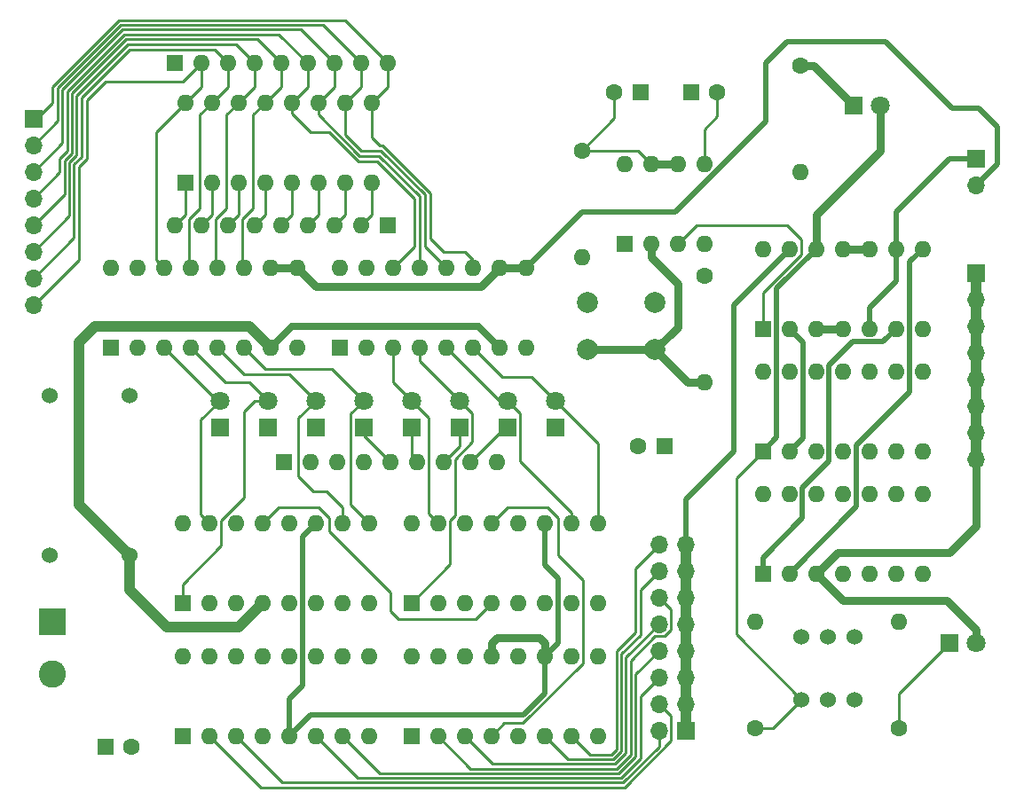
<source format=gbr>
%TF.GenerationSoftware,KiCad,Pcbnew,(5.1.9-0-10_14)*%
%TF.CreationDate,2021-05-17T13:32:26-04:00*%
%TF.ProjectId,CLOCK,434c4f43-4b2e-46b6-9963-61645f706362,rev?*%
%TF.SameCoordinates,Original*%
%TF.FileFunction,Copper,L1,Top*%
%TF.FilePolarity,Positive*%
%FSLAX46Y46*%
G04 Gerber Fmt 4.6, Leading zero omitted, Abs format (unit mm)*
G04 Created by KiCad (PCBNEW (5.1.9-0-10_14)) date 2021-05-17 13:32:26*
%MOMM*%
%LPD*%
G01*
G04 APERTURE LIST*
%TA.AperFunction,ComponentPad*%
%ADD10C,1.600000*%
%TD*%
%TA.AperFunction,ComponentPad*%
%ADD11R,1.600000X1.600000*%
%TD*%
%TA.AperFunction,ComponentPad*%
%ADD12O,1.600000X1.600000*%
%TD*%
%TA.AperFunction,ComponentPad*%
%ADD13C,1.524000*%
%TD*%
%TA.AperFunction,ComponentPad*%
%ADD14C,2.000000*%
%TD*%
%TA.AperFunction,ComponentPad*%
%ADD15O,1.700000X1.700000*%
%TD*%
%TA.AperFunction,ComponentPad*%
%ADD16R,1.700000X1.700000*%
%TD*%
%TA.AperFunction,ComponentPad*%
%ADD17C,2.600000*%
%TD*%
%TA.AperFunction,ComponentPad*%
%ADD18R,2.600000X2.600000*%
%TD*%
%TA.AperFunction,ComponentPad*%
%ADD19C,1.800000*%
%TD*%
%TA.AperFunction,ComponentPad*%
%ADD20R,1.800000X1.800000*%
%TD*%
%TA.AperFunction,Conductor*%
%ADD21C,0.250000*%
%TD*%
%TA.AperFunction,Conductor*%
%ADD22C,0.500000*%
%TD*%
%TA.AperFunction,Conductor*%
%ADD23C,0.750000*%
%TD*%
%TA.AperFunction,Conductor*%
%ADD24C,1.000000*%
%TD*%
%TA.AperFunction,Conductor*%
%ADD25C,0.700000*%
%TD*%
G04 APERTURE END LIST*
D10*
%TO.P,C4,2*%
%TO.N,GND*%
X76414000Y-98044000D03*
D11*
%TO.P,C4,1*%
%TO.N,+5V*%
X73914000Y-98044000D03*
%TD*%
D10*
%TO.P,C3,2*%
%TO.N,GND*%
X124754000Y-69342000D03*
D11*
%TO.P,C3,1*%
%TO.N,+5V*%
X127254000Y-69342000D03*
%TD*%
D12*
%TO.P,U11,16*%
%TO.N,+5V*%
X96266000Y-52324000D03*
%TO.P,U11,8*%
%TO.N,GND*%
X114046000Y-59944000D03*
%TO.P,U11,15*%
X98806000Y-52324000D03*
%TO.P,U11,7*%
%TO.N,/1MHz_Pulse*%
X111506000Y-59944000D03*
%TO.P,U11,14*%
%TO.N,Net-(J2-Pad4)*%
X101346000Y-52324000D03*
%TO.P,U11,6*%
%TO.N,/A7*%
X108966000Y-59944000D03*
%TO.P,U11,13*%
%TO.N,Net-(J2-Pad3)*%
X103886000Y-52324000D03*
%TO.P,U11,5*%
%TO.N,/A6*%
X106426000Y-59944000D03*
%TO.P,U11,12*%
%TO.N,Net-(J2-Pad2)*%
X106426000Y-52324000D03*
%TO.P,U11,4*%
%TO.N,/A5*%
X103886000Y-59944000D03*
%TO.P,U11,11*%
%TO.N,Net-(J2-Pad1)*%
X108966000Y-52324000D03*
%TO.P,U11,3*%
%TO.N,/A4*%
X101346000Y-59944000D03*
%TO.P,U11,10*%
%TO.N,/SET_SPEED*%
X111506000Y-52324000D03*
%TO.P,U11,2*%
%TO.N,GND*%
X98806000Y-59944000D03*
%TO.P,U11,9*%
%TO.N,/SET_SPEED*%
X114046000Y-52324000D03*
D11*
%TO.P,U11,1*%
%TO.N,GND*%
X96266000Y-59944000D03*
%TD*%
D12*
%TO.P,U10,14*%
%TO.N,+5V*%
X136652000Y-73914000D03*
%TO.P,U10,7*%
%TO.N,GND*%
X151892000Y-81534000D03*
%TO.P,U10,13*%
%TO.N,N/C*%
X139192000Y-73914000D03*
%TO.P,U10,6*%
X149352000Y-81534000D03*
%TO.P,U10,12*%
X141732000Y-73914000D03*
%TO.P,U10,5*%
X146812000Y-81534000D03*
%TO.P,U10,11*%
X144272000Y-73914000D03*
%TO.P,U10,4*%
X144272000Y-81534000D03*
%TO.P,U10,10*%
X146812000Y-73914000D03*
%TO.P,U10,3*%
%TO.N,/CLOCK_OUT*%
X141732000Y-81534000D03*
%TO.P,U10,9*%
%TO.N,N/C*%
X149352000Y-73914000D03*
%TO.P,U10,2*%
%TO.N,Net-(U10-Pad2)*%
X139192000Y-81534000D03*
%TO.P,U10,8*%
%TO.N,N/C*%
X151892000Y-73914000D03*
D11*
%TO.P,U10,1*%
%TO.N,Net-(U10-Pad1)*%
X136652000Y-81534000D03*
%TD*%
D12*
%TO.P,U9,14*%
%TO.N,+5V*%
X136652000Y-50546000D03*
%TO.P,U9,7*%
%TO.N,GND*%
X151892000Y-58166000D03*
%TO.P,U9,13*%
%TO.N,Net-(J34-Pad1)*%
X139192000Y-50546000D03*
%TO.P,U9,6*%
%TO.N,Net-(U10-Pad1)*%
X149352000Y-58166000D03*
%TO.P,U9,12*%
%TO.N,Net-(D2-Pad2)*%
X141732000Y-50546000D03*
%TO.P,U9,5*%
%TO.N,/HALT*%
X146812000Y-58166000D03*
%TO.P,U9,11*%
%TO.N,Net-(U9-Pad10)*%
X144272000Y-50546000D03*
%TO.P,U9,4*%
%TO.N,Net-(U9-Pad3)*%
X144272000Y-58166000D03*
%TO.P,U9,10*%
%TO.N,Net-(U9-Pad10)*%
X146812000Y-50546000D03*
%TO.P,U9,3*%
%TO.N,Net-(U9-Pad3)*%
X141732000Y-58166000D03*
%TO.P,U9,9*%
%TO.N,/HALT*%
X149352000Y-50546000D03*
%TO.P,U9,2*%
%TO.N,Net-(U8-Pad2)*%
X139192000Y-58166000D03*
%TO.P,U9,8*%
%TO.N,Net-(U10-Pad2)*%
X151892000Y-50546000D03*
D11*
%TO.P,U9,1*%
%TO.N,Net-(U7-Pad3)*%
X136652000Y-58166000D03*
%TD*%
D12*
%TO.P,U8,14*%
%TO.N,+5V*%
X136652000Y-62230000D03*
%TO.P,U8,7*%
%TO.N,GND*%
X151892000Y-69850000D03*
%TO.P,U8,13*%
%TO.N,N/C*%
X139192000Y-62230000D03*
%TO.P,U8,6*%
X149352000Y-69850000D03*
%TO.P,U8,12*%
X141732000Y-62230000D03*
%TO.P,U8,5*%
X146812000Y-69850000D03*
%TO.P,U8,11*%
X144272000Y-62230000D03*
%TO.P,U8,4*%
X144272000Y-69850000D03*
%TO.P,U8,10*%
X146812000Y-62230000D03*
%TO.P,U8,3*%
X141732000Y-69850000D03*
%TO.P,U8,9*%
X149352000Y-62230000D03*
%TO.P,U8,2*%
%TO.N,Net-(U8-Pad2)*%
X139192000Y-69850000D03*
%TO.P,U8,8*%
%TO.N,N/C*%
X151892000Y-62230000D03*
D11*
%TO.P,U8,1*%
%TO.N,Net-(D2-Pad2)*%
X136652000Y-69850000D03*
%TD*%
D12*
%TO.P,U7,8*%
%TO.N,+5V*%
X123444000Y-42418000D03*
%TO.P,U7,4*%
X131064000Y-50038000D03*
%TO.P,U7,7*%
%TO.N,Net-(C2-Pad2)*%
X125984000Y-42418000D03*
%TO.P,U7,3*%
%TO.N,Net-(U7-Pad3)*%
X128524000Y-50038000D03*
%TO.P,U7,6*%
%TO.N,Net-(C2-Pad2)*%
X128524000Y-42418000D03*
%TO.P,U7,2*%
%TO.N,Net-(R1-Pad2)*%
X125984000Y-50038000D03*
%TO.P,U7,5*%
%TO.N,Net-(C1-Pad2)*%
X131064000Y-42418000D03*
D11*
%TO.P,U7,1*%
%TO.N,GND*%
X123444000Y-50038000D03*
%TD*%
D12*
%TO.P,U6,16*%
%TO.N,+5V*%
X81280000Y-89408000D03*
%TO.P,U6,8*%
%TO.N,GND*%
X99060000Y-97028000D03*
%TO.P,U6,15*%
%TO.N,Net-(U6-Pad15)*%
X83820000Y-89408000D03*
%TO.P,U6,7*%
%TO.N,Net-(J34-Pad8)*%
X96520000Y-97028000D03*
%TO.P,U6,14*%
%TO.N,GND*%
X86360000Y-89408000D03*
%TO.P,U6,6*%
%TO.N,Net-(J34-Pad6)*%
X93980000Y-97028000D03*
%TO.P,U6,13*%
%TO.N,Net-(U6-Pad13)*%
X88900000Y-89408000D03*
%TO.P,U6,5*%
%TO.N,Net-(U2-Pad11)*%
X91440000Y-97028000D03*
%TO.P,U6,12*%
%TO.N,Net-(U6-Pad12)*%
X91440000Y-89408000D03*
%TO.P,U6,4*%
%TO.N,+5V*%
X88900000Y-97028000D03*
%TO.P,U6,11*%
X93980000Y-89408000D03*
%TO.P,U6,3*%
%TO.N,Net-(J34-Pad2)*%
X86360000Y-97028000D03*
%TO.P,U6,10*%
%TO.N,Net-(U6-Pad10)*%
X96520000Y-89408000D03*
%TO.P,U6,2*%
%TO.N,Net-(J34-Pad4)*%
X83820000Y-97028000D03*
%TO.P,U6,9*%
%TO.N,Net-(U6-Pad9)*%
X99060000Y-89408000D03*
D11*
%TO.P,U6,1*%
%TO.N,Net-(U6-Pad1)*%
X81280000Y-97028000D03*
%TD*%
D12*
%TO.P,U5,16*%
%TO.N,+5V*%
X103124000Y-89408000D03*
%TO.P,U5,8*%
%TO.N,GND*%
X120904000Y-97028000D03*
%TO.P,U5,15*%
X105664000Y-89408000D03*
%TO.P,U5,7*%
%TO.N,Net-(J34-Pad16)*%
X118364000Y-97028000D03*
%TO.P,U5,14*%
%TO.N,GND*%
X108204000Y-89408000D03*
%TO.P,U5,6*%
%TO.N,Net-(J34-Pad14)*%
X115824000Y-97028000D03*
%TO.P,U5,13*%
%TO.N,Net-(U2-Pad11)*%
X110744000Y-89408000D03*
%TO.P,U5,5*%
%TO.N,+5V*%
X113284000Y-97028000D03*
%TO.P,U5,12*%
%TO.N,Net-(U5-Pad12)*%
X113284000Y-89408000D03*
%TO.P,U5,4*%
%TO.N,Net-(U4-Pad13)*%
X110744000Y-97028000D03*
%TO.P,U5,11*%
%TO.N,Net-(U2-Pad11)*%
X115824000Y-89408000D03*
%TO.P,U5,3*%
%TO.N,Net-(J34-Pad10)*%
X108204000Y-97028000D03*
%TO.P,U5,10*%
%TO.N,GND*%
X118364000Y-89408000D03*
%TO.P,U5,2*%
%TO.N,Net-(J34-Pad12)*%
X105664000Y-97028000D03*
%TO.P,U5,9*%
%TO.N,GND*%
X120904000Y-89408000D03*
D11*
%TO.P,U5,1*%
X103124000Y-97028000D03*
%TD*%
D12*
%TO.P,U4,16*%
%TO.N,+5V*%
X103124000Y-76708000D03*
%TO.P,U4,8*%
%TO.N,GND*%
X120904000Y-84328000D03*
%TO.P,U4,15*%
%TO.N,/A4*%
X105664000Y-76708000D03*
%TO.P,U4,7*%
%TO.N,Net-(U4-Pad7)*%
X118364000Y-84328000D03*
%TO.P,U4,14*%
%TO.N,GND*%
X108204000Y-76708000D03*
%TO.P,U4,6*%
%TO.N,Net-(U4-Pad6)*%
X115824000Y-84328000D03*
%TO.P,U4,13*%
%TO.N,Net-(U4-Pad13)*%
X110744000Y-76708000D03*
%TO.P,U4,5*%
%TO.N,+5V*%
X113284000Y-84328000D03*
%TO.P,U4,12*%
%TO.N,Net-(U4-Pad12)*%
X113284000Y-76708000D03*
%TO.P,U4,4*%
%TO.N,Net-(U2-Pad13)*%
X110744000Y-84328000D03*
%TO.P,U4,11*%
%TO.N,Net-(U2-Pad11)*%
X115824000Y-76708000D03*
%TO.P,U4,3*%
%TO.N,Net-(U4-Pad3)*%
X108204000Y-84328000D03*
%TO.P,U4,10*%
%TO.N,/A6*%
X118364000Y-76708000D03*
%TO.P,U4,2*%
%TO.N,Net-(U4-Pad2)*%
X105664000Y-84328000D03*
%TO.P,U4,9*%
%TO.N,/A7*%
X120904000Y-76708000D03*
D11*
%TO.P,U4,1*%
%TO.N,/A5*%
X103124000Y-84328000D03*
%TD*%
D12*
%TO.P,U3,16*%
%TO.N,+5V*%
X74422000Y-52324000D03*
%TO.P,U3,8*%
%TO.N,GND*%
X92202000Y-59944000D03*
%TO.P,U3,15*%
X76962000Y-52324000D03*
%TO.P,U3,7*%
%TO.N,/1MHz_Pulse*%
X89662000Y-59944000D03*
%TO.P,U3,14*%
%TO.N,Net-(J2-Pad8)*%
X79502000Y-52324000D03*
%TO.P,U3,6*%
%TO.N,/A3*%
X87122000Y-59944000D03*
%TO.P,U3,13*%
%TO.N,Net-(J2-Pad7)*%
X82042000Y-52324000D03*
%TO.P,U3,5*%
%TO.N,/A2*%
X84582000Y-59944000D03*
%TO.P,U3,12*%
%TO.N,Net-(J2-Pad6)*%
X84582000Y-52324000D03*
%TO.P,U3,4*%
%TO.N,/A1*%
X82042000Y-59944000D03*
%TO.P,U3,11*%
%TO.N,Net-(J2-Pad5)*%
X87122000Y-52324000D03*
%TO.P,U3,3*%
%TO.N,/A0*%
X79502000Y-59944000D03*
%TO.P,U3,10*%
%TO.N,/SET_SPEED*%
X89662000Y-52324000D03*
%TO.P,U3,2*%
%TO.N,GND*%
X76962000Y-59944000D03*
%TO.P,U3,9*%
%TO.N,/SET_SPEED*%
X92202000Y-52324000D03*
D11*
%TO.P,U3,1*%
%TO.N,GND*%
X74422000Y-59944000D03*
%TD*%
D12*
%TO.P,U2,16*%
%TO.N,+5V*%
X81280000Y-76708000D03*
%TO.P,U2,8*%
%TO.N,GND*%
X99060000Y-84328000D03*
%TO.P,U2,15*%
%TO.N,/A0*%
X83820000Y-76708000D03*
%TO.P,U2,7*%
%TO.N,Net-(U2-Pad7)*%
X96520000Y-84328000D03*
%TO.P,U2,14*%
%TO.N,GND*%
X86360000Y-76708000D03*
%TO.P,U2,6*%
%TO.N,Net-(U2-Pad6)*%
X93980000Y-84328000D03*
%TO.P,U2,13*%
%TO.N,Net-(U2-Pad13)*%
X88900000Y-76708000D03*
%TO.P,U2,5*%
%TO.N,+5V*%
X91440000Y-84328000D03*
%TO.P,U2,12*%
%TO.N,Net-(U2-Pad12)*%
X91440000Y-76708000D03*
%TO.P,U2,4*%
%TO.N,/1MHz_Pulse*%
X88900000Y-84328000D03*
%TO.P,U2,11*%
%TO.N,Net-(U2-Pad11)*%
X93980000Y-76708000D03*
%TO.P,U2,3*%
%TO.N,Net-(U2-Pad3)*%
X86360000Y-84328000D03*
%TO.P,U2,10*%
%TO.N,/A2*%
X96520000Y-76708000D03*
%TO.P,U2,2*%
%TO.N,Net-(U2-Pad2)*%
X83820000Y-84328000D03*
%TO.P,U2,9*%
%TO.N,/A3*%
X99060000Y-76708000D03*
D11*
%TO.P,U2,1*%
%TO.N,/A1*%
X81280000Y-84328000D03*
%TD*%
D13*
%TO.P,U1,8*%
%TO.N,/1MHz_Pulse*%
X76200000Y-79756000D03*
%TO.P,U1,7*%
%TO.N,GND*%
X68580000Y-79756000D03*
%TO.P,U1,14*%
%TO.N,+5V*%
X76200000Y-64516000D03*
%TO.P,U1,1*%
%TO.N,Net-(U1-Pad1)*%
X68580000Y-64516000D03*
%TD*%
D12*
%TO.P,SW13,16*%
%TO.N,Net-(J2-Pad8)*%
X81534000Y-36576000D03*
%TO.P,SW13,8*%
%TO.N,Net-(RN2-Pad2)*%
X99314000Y-44196000D03*
%TO.P,SW13,15*%
%TO.N,Net-(J2-Pad7)*%
X84074000Y-36576000D03*
%TO.P,SW13,7*%
%TO.N,Net-(RN2-Pad3)*%
X96774000Y-44196000D03*
%TO.P,SW13,14*%
%TO.N,Net-(J2-Pad6)*%
X86614000Y-36576000D03*
%TO.P,SW13,6*%
%TO.N,Net-(RN2-Pad4)*%
X94234000Y-44196000D03*
%TO.P,SW13,13*%
%TO.N,Net-(J2-Pad5)*%
X89154000Y-36576000D03*
%TO.P,SW13,5*%
%TO.N,Net-(RN2-Pad5)*%
X91694000Y-44196000D03*
%TO.P,SW13,12*%
%TO.N,Net-(J2-Pad4)*%
X91694000Y-36576000D03*
%TO.P,SW13,4*%
%TO.N,Net-(RN2-Pad6)*%
X89154000Y-44196000D03*
%TO.P,SW13,11*%
%TO.N,Net-(J2-Pad3)*%
X94234000Y-36576000D03*
%TO.P,SW13,3*%
%TO.N,Net-(RN2-Pad7)*%
X86614000Y-44196000D03*
%TO.P,SW13,10*%
%TO.N,Net-(J2-Pad2)*%
X96774000Y-36576000D03*
%TO.P,SW13,2*%
%TO.N,Net-(RN2-Pad8)*%
X84074000Y-44196000D03*
%TO.P,SW13,9*%
%TO.N,Net-(J2-Pad1)*%
X99314000Y-36576000D03*
D11*
%TO.P,SW13,1*%
%TO.N,Net-(RN2-Pad9)*%
X81534000Y-44196000D03*
%TD*%
D13*
%TO.P,SW2,6*%
%TO.N,Net-(D2-Pad2)*%
X140335000Y-93566500D03*
%TO.P,SW2,4*%
%TO.N,Net-(SW2-Pad4)*%
X145415000Y-93566500D03*
%TO.P,SW2,2*%
%TO.N,GND*%
X142875000Y-93566500D03*
%TO.P,SW2,5*%
%TO.N,Net-(SW2-Pad5)*%
X140335000Y-87566500D03*
%TO.P,SW2,1*%
%TO.N,Net-(SW2-Pad1)*%
X142875000Y-87566500D03*
%TO.P,SW2,3*%
%TO.N,Net-(SW2-Pad3)*%
X145415000Y-87566500D03*
%TD*%
D14*
%TO.P,SW1,1*%
%TO.N,GND*%
X126388000Y-55626000D03*
%TO.P,SW1,2*%
%TO.N,Net-(R1-Pad2)*%
X126388000Y-60126000D03*
%TO.P,SW1,1*%
%TO.N,GND*%
X119888000Y-55626000D03*
%TO.P,SW1,2*%
%TO.N,Net-(R1-Pad2)*%
X119888000Y-60126000D03*
%TD*%
D12*
%TO.P,RN3,9*%
%TO.N,Net-(D8-Pad1)*%
X111252000Y-70866000D03*
%TO.P,RN3,8*%
%TO.N,Net-(D7-Pad1)*%
X108712000Y-70866000D03*
%TO.P,RN3,7*%
%TO.N,Net-(D6-Pad1)*%
X106172000Y-70866000D03*
%TO.P,RN3,6*%
%TO.N,Net-(D5-Pad1)*%
X103632000Y-70866000D03*
%TO.P,RN3,5*%
%TO.N,Net-(D4-Pad1)*%
X101092000Y-70866000D03*
%TO.P,RN3,4*%
%TO.N,Net-(D3-Pad1)*%
X98552000Y-70866000D03*
%TO.P,RN3,3*%
%TO.N,Net-(D54-Pad1)*%
X96012000Y-70866000D03*
%TO.P,RN3,2*%
%TO.N,Net-(D1-Pad1)*%
X93472000Y-70866000D03*
D11*
%TO.P,RN3,1*%
%TO.N,GND*%
X90932000Y-70866000D03*
%TD*%
D12*
%TO.P,RN2,9*%
%TO.N,Net-(RN2-Pad9)*%
X80518000Y-48260000D03*
%TO.P,RN2,8*%
%TO.N,Net-(RN2-Pad8)*%
X83058000Y-48260000D03*
%TO.P,RN2,7*%
%TO.N,Net-(RN2-Pad7)*%
X85598000Y-48260000D03*
%TO.P,RN2,6*%
%TO.N,Net-(RN2-Pad6)*%
X88138000Y-48260000D03*
%TO.P,RN2,5*%
%TO.N,Net-(RN2-Pad5)*%
X90678000Y-48260000D03*
%TO.P,RN2,4*%
%TO.N,Net-(RN2-Pad4)*%
X93218000Y-48260000D03*
%TO.P,RN2,3*%
%TO.N,Net-(RN2-Pad3)*%
X95758000Y-48260000D03*
%TO.P,RN2,2*%
%TO.N,Net-(RN2-Pad2)*%
X98298000Y-48260000D03*
D11*
%TO.P,RN2,1*%
%TO.N,+5V*%
X100838000Y-48260000D03*
%TD*%
D12*
%TO.P,RN1,9*%
%TO.N,Net-(J2-Pad1)*%
X100838000Y-32766000D03*
%TO.P,RN1,8*%
%TO.N,Net-(J2-Pad2)*%
X98298000Y-32766000D03*
%TO.P,RN1,7*%
%TO.N,Net-(J2-Pad3)*%
X95758000Y-32766000D03*
%TO.P,RN1,6*%
%TO.N,Net-(J2-Pad4)*%
X93218000Y-32766000D03*
%TO.P,RN1,5*%
%TO.N,Net-(J2-Pad5)*%
X90678000Y-32766000D03*
%TO.P,RN1,4*%
%TO.N,Net-(J2-Pad6)*%
X88138000Y-32766000D03*
%TO.P,RN1,3*%
%TO.N,Net-(J2-Pad7)*%
X85598000Y-32766000D03*
%TO.P,RN1,2*%
%TO.N,Net-(J2-Pad8)*%
X83058000Y-32766000D03*
D11*
%TO.P,RN1,1*%
%TO.N,GND*%
X80518000Y-32766000D03*
%TD*%
D12*
%TO.P,R5,2*%
%TO.N,GND*%
X140208000Y-43180000D03*
D10*
%TO.P,R5,1*%
%TO.N,Net-(D2-Pad1)*%
X140208000Y-33020000D03*
%TD*%
D12*
%TO.P,R4,2*%
%TO.N,GND*%
X149606000Y-86106000D03*
D10*
%TO.P,R4,1*%
%TO.N,Net-(D55-Pad1)*%
X149606000Y-96266000D03*
%TD*%
D12*
%TO.P,R3,2*%
%TO.N,+5V*%
X135890000Y-86106000D03*
D10*
%TO.P,R3,1*%
%TO.N,Net-(D2-Pad2)*%
X135890000Y-96266000D03*
%TD*%
D12*
%TO.P,R2,2*%
%TO.N,+5V*%
X119380000Y-51308000D03*
D10*
%TO.P,R2,1*%
%TO.N,Net-(C2-Pad2)*%
X119380000Y-41148000D03*
%TD*%
D12*
%TO.P,R1,2*%
%TO.N,Net-(R1-Pad2)*%
X131064000Y-63246000D03*
D10*
%TO.P,R1,1*%
%TO.N,+5V*%
X131064000Y-53086000D03*
%TD*%
D15*
%TO.P,J34,16*%
%TO.N,Net-(J34-Pad16)*%
X126746000Y-78740000D03*
%TO.P,J34,15*%
%TO.N,Net-(J34-Pad1)*%
X129286000Y-78740000D03*
%TO.P,J34,14*%
%TO.N,Net-(J34-Pad14)*%
X126746000Y-81280000D03*
%TO.P,J34,13*%
%TO.N,Net-(J34-Pad1)*%
X129286000Y-81280000D03*
%TO.P,J34,12*%
%TO.N,Net-(J34-Pad12)*%
X126746000Y-83820000D03*
%TO.P,J34,11*%
%TO.N,Net-(J34-Pad1)*%
X129286000Y-83820000D03*
%TO.P,J34,10*%
%TO.N,Net-(J34-Pad10)*%
X126746000Y-86360000D03*
%TO.P,J34,9*%
%TO.N,Net-(J34-Pad1)*%
X129286000Y-86360000D03*
%TO.P,J34,8*%
%TO.N,Net-(J34-Pad8)*%
X126746000Y-88900000D03*
%TO.P,J34,7*%
%TO.N,Net-(J34-Pad1)*%
X129286000Y-88900000D03*
%TO.P,J34,6*%
%TO.N,Net-(J34-Pad6)*%
X126746000Y-91440000D03*
%TO.P,J34,5*%
%TO.N,Net-(J34-Pad1)*%
X129286000Y-91440000D03*
%TO.P,J34,4*%
%TO.N,Net-(J34-Pad4)*%
X126746000Y-93980000D03*
%TO.P,J34,3*%
%TO.N,Net-(J34-Pad1)*%
X129286000Y-93980000D03*
%TO.P,J34,2*%
%TO.N,Net-(J34-Pad2)*%
X126746000Y-96520000D03*
D16*
%TO.P,J34,1*%
%TO.N,Net-(J34-Pad1)*%
X129286000Y-96520000D03*
%TD*%
D15*
%TO.P,J5,8*%
%TO.N,/CLOCK_OUT*%
X156972000Y-70612000D03*
%TO.P,J5,7*%
X156972000Y-68072000D03*
%TO.P,J5,6*%
X156972000Y-65532000D03*
%TO.P,J5,5*%
X156972000Y-62992000D03*
%TO.P,J5,4*%
X156972000Y-60452000D03*
%TO.P,J5,3*%
X156972000Y-57912000D03*
%TO.P,J5,2*%
X156972000Y-55372000D03*
D16*
%TO.P,J5,1*%
X156972000Y-52832000D03*
%TD*%
D15*
%TO.P,J3,2*%
%TO.N,/SET_SPEED*%
X156972000Y-44450000D03*
D16*
%TO.P,J3,1*%
%TO.N,/HALT*%
X156972000Y-41910000D03*
%TD*%
D15*
%TO.P,J2,8*%
%TO.N,Net-(J2-Pad8)*%
X67056000Y-55880000D03*
%TO.P,J2,7*%
%TO.N,Net-(J2-Pad7)*%
X67056000Y-53340000D03*
%TO.P,J2,6*%
%TO.N,Net-(J2-Pad6)*%
X67056000Y-50800000D03*
%TO.P,J2,5*%
%TO.N,Net-(J2-Pad5)*%
X67056000Y-48260000D03*
%TO.P,J2,4*%
%TO.N,Net-(J2-Pad4)*%
X67056000Y-45720000D03*
%TO.P,J2,3*%
%TO.N,Net-(J2-Pad3)*%
X67056000Y-43180000D03*
%TO.P,J2,2*%
%TO.N,Net-(J2-Pad2)*%
X67056000Y-40640000D03*
D16*
%TO.P,J2,1*%
%TO.N,Net-(J2-Pad1)*%
X67056000Y-38100000D03*
%TD*%
D17*
%TO.P,J1,2*%
%TO.N,+5V*%
X68834000Y-91106000D03*
D18*
%TO.P,J1,1*%
%TO.N,GND*%
X68834000Y-86106000D03*
%TD*%
D19*
%TO.P,D55,2*%
%TO.N,/CLOCK_OUT*%
X156972000Y-88138000D03*
D20*
%TO.P,D55,1*%
%TO.N,Net-(D55-Pad1)*%
X154432000Y-88138000D03*
%TD*%
D19*
%TO.P,D54,2*%
%TO.N,/A1*%
X89408000Y-65024000D03*
D20*
%TO.P,D54,1*%
%TO.N,Net-(D54-Pad1)*%
X89408000Y-67564000D03*
%TD*%
D19*
%TO.P,D8,2*%
%TO.N,/A7*%
X116840000Y-65024000D03*
D20*
%TO.P,D8,1*%
%TO.N,Net-(D8-Pad1)*%
X116840000Y-67564000D03*
%TD*%
D19*
%TO.P,D7,2*%
%TO.N,/A6*%
X112268000Y-65024000D03*
D20*
%TO.P,D7,1*%
%TO.N,Net-(D7-Pad1)*%
X112268000Y-67564000D03*
%TD*%
D19*
%TO.P,D6,2*%
%TO.N,/A5*%
X107696000Y-65024000D03*
D20*
%TO.P,D6,1*%
%TO.N,Net-(D6-Pad1)*%
X107696000Y-67564000D03*
%TD*%
D19*
%TO.P,D5,2*%
%TO.N,/A4*%
X103124000Y-65024000D03*
D20*
%TO.P,D5,1*%
%TO.N,Net-(D5-Pad1)*%
X103124000Y-67564000D03*
%TD*%
D19*
%TO.P,D4,2*%
%TO.N,/A3*%
X98552000Y-65024000D03*
D20*
%TO.P,D4,1*%
%TO.N,Net-(D4-Pad1)*%
X98552000Y-67564000D03*
%TD*%
D19*
%TO.P,D3,2*%
%TO.N,/A2*%
X93980000Y-65024000D03*
D20*
%TO.P,D3,1*%
%TO.N,Net-(D3-Pad1)*%
X93980000Y-67564000D03*
%TD*%
D19*
%TO.P,D2,2*%
%TO.N,Net-(D2-Pad2)*%
X147828000Y-36830000D03*
D20*
%TO.P,D2,1*%
%TO.N,Net-(D2-Pad1)*%
X145288000Y-36830000D03*
%TD*%
D19*
%TO.P,D1,2*%
%TO.N,/A0*%
X84836000Y-65024000D03*
D20*
%TO.P,D1,1*%
%TO.N,Net-(D1-Pad1)*%
X84836000Y-67564000D03*
%TD*%
D10*
%TO.P,C2,2*%
%TO.N,Net-(C2-Pad2)*%
X122468000Y-35560000D03*
D11*
%TO.P,C2,1*%
%TO.N,+5V*%
X124968000Y-35560000D03*
%TD*%
D10*
%TO.P,C1,2*%
%TO.N,Net-(C1-Pad2)*%
X132294000Y-35560000D03*
D11*
%TO.P,C1,1*%
%TO.N,+5V*%
X129794000Y-35560000D03*
%TD*%
D21*
%TO.N,Net-(U2-Pad13)*%
X90424000Y-75184000D02*
X88900000Y-76708000D01*
X94234000Y-75184000D02*
X90424000Y-75184000D01*
X101092000Y-83312000D02*
X95250000Y-77470000D01*
X109220000Y-85852000D02*
X101854000Y-85852000D01*
X101092000Y-85090000D02*
X101092000Y-83312000D01*
X95250000Y-76200000D02*
X94234000Y-75184000D01*
X101854000Y-85852000D02*
X101092000Y-85090000D01*
X95250000Y-77470000D02*
X95250000Y-76200000D01*
X110744000Y-84328000D02*
X109220000Y-85852000D01*
%TO.N,Net-(U2-Pad11)*%
X92854999Y-95613001D02*
X91440000Y-97028000D01*
D22*
X91440000Y-93472000D02*
X91440000Y-97028000D01*
X92710000Y-92202000D02*
X91440000Y-93472000D01*
X92710000Y-77978000D02*
X92710000Y-92202000D01*
X93980000Y-76708000D02*
X92710000Y-77978000D01*
X115824000Y-80759409D02*
X115824000Y-76708000D01*
X117094000Y-88138000D02*
X117094000Y-82029409D01*
X117094000Y-82029409D02*
X115824000Y-80759409D01*
X115824000Y-89408000D02*
X117094000Y-88138000D01*
X113792000Y-94996000D02*
X93472000Y-94996000D01*
X115824000Y-92964000D02*
X113792000Y-94996000D01*
X93472000Y-94996000D02*
X91440000Y-97028000D01*
X115824000Y-89408000D02*
X115824000Y-92964000D01*
D23*
X115824000Y-89408000D02*
X115824000Y-88138000D01*
X115824000Y-88138000D02*
X115316000Y-87630000D01*
X115316000Y-87630000D02*
X111252000Y-87630000D01*
X110744000Y-88138000D02*
X110744000Y-89408000D01*
X111252000Y-87630000D02*
X110744000Y-88138000D01*
D21*
%TO.N,Net-(C1-Pad2)*%
X132294000Y-35560000D02*
X132294000Y-37886000D01*
X131064000Y-39116000D02*
X131064000Y-42418000D01*
X132294000Y-37886000D02*
X131064000Y-39116000D01*
%TO.N,Net-(C2-Pad2)*%
X122468000Y-38060000D02*
X119380000Y-41148000D01*
X122468000Y-35560000D02*
X122468000Y-38060000D01*
X124714000Y-41148000D02*
X119380000Y-41148000D01*
X125984000Y-42418000D02*
X124714000Y-41148000D01*
D23*
X128524000Y-42418000D02*
X125984000Y-42418000D01*
%TO.N,Net-(R1-Pad2)*%
X119888000Y-60126000D02*
X126388000Y-60126000D01*
X129508000Y-63246000D02*
X126388000Y-60126000D01*
X131064000Y-63246000D02*
X129508000Y-63246000D01*
X125984000Y-50038000D02*
X125984000Y-51308000D01*
X125984000Y-51308000D02*
X128524000Y-53848000D01*
X128524000Y-57990000D02*
X126388000Y-60126000D01*
X128524000Y-53848000D02*
X128524000Y-57990000D01*
D21*
%TO.N,Net-(U7-Pad3)*%
X128524000Y-50038000D02*
X130302000Y-48260000D01*
X130302000Y-48260000D02*
X138938000Y-48260000D01*
X136652000Y-54751002D02*
X136652000Y-58166000D01*
X140317001Y-51086001D02*
X136652000Y-54751002D01*
X140317001Y-49639001D02*
X140317001Y-51086001D01*
X138938000Y-48260000D02*
X140317001Y-49639001D01*
D23*
%TO.N,/CLOCK_OUT*%
X156972000Y-88138000D02*
X156972000Y-86868000D01*
X156972000Y-86868000D02*
X154178000Y-84074000D01*
X144272000Y-84074000D02*
X141732000Y-81534000D01*
X154178000Y-84074000D02*
X144272000Y-84074000D01*
X141732000Y-81534000D02*
X143764000Y-79502000D01*
X143764000Y-79502000D02*
X154432000Y-79502000D01*
X156972000Y-76962000D02*
X156972000Y-70612000D01*
X154432000Y-79502000D02*
X156972000Y-76962000D01*
D24*
X156972000Y-52832000D02*
X156972000Y-70612000D01*
D22*
%TO.N,Net-(U8-Pad2)*%
X140462000Y-59436000D02*
X139192000Y-58166000D01*
X140462000Y-68580000D02*
X140462000Y-59436000D01*
X139192000Y-69850000D02*
X140462000Y-68580000D01*
%TO.N,Net-(U10-Pad1)*%
X140442001Y-73353997D02*
X140442001Y-76219999D01*
X142982001Y-70813997D02*
X140442001Y-73353997D01*
X142982001Y-61669997D02*
X142982001Y-70813997D01*
X145235997Y-59416001D02*
X142982001Y-61669997D01*
X148101999Y-59416001D02*
X145235997Y-59416001D01*
X149352000Y-58166000D02*
X148101999Y-59416001D01*
X136652000Y-80010000D02*
X136652000Y-81534000D01*
X140442001Y-76219999D02*
X136652000Y-80010000D01*
%TO.N,/HALT*%
X146812000Y-58166000D02*
X146812000Y-56134000D01*
X149352000Y-53594000D02*
X149352000Y-50546000D01*
X146812000Y-56134000D02*
X149352000Y-53594000D01*
X156972000Y-41910000D02*
X154432000Y-41910000D01*
X149352000Y-46990000D02*
X149352000Y-50546000D01*
X154432000Y-41910000D02*
X149352000Y-46990000D01*
D23*
%TO.N,Net-(U9-Pad10)*%
X144272000Y-50546000D02*
X146812000Y-50546000D01*
%TO.N,Net-(U9-Pad3)*%
X141732000Y-58166000D02*
X144272000Y-58166000D01*
D22*
%TO.N,Net-(U10-Pad2)*%
X145561999Y-69249999D02*
X145561999Y-75164001D01*
X145561999Y-75164001D02*
X139192000Y-81534000D01*
X150641999Y-64169999D02*
X145561999Y-69249999D01*
X150641999Y-51796001D02*
X150641999Y-64169999D01*
X151892000Y-50546000D02*
X150641999Y-51796001D01*
D21*
%TO.N,Net-(D2-Pad2)*%
X137635500Y-96266000D02*
X140335000Y-93566500D01*
X135890000Y-96266000D02*
X137635500Y-96266000D01*
X140335000Y-93566500D02*
X134112000Y-87343500D01*
X134112000Y-72390000D02*
X136652000Y-69850000D01*
X134112000Y-87343500D02*
X134112000Y-72390000D01*
D23*
X147828000Y-36830000D02*
X147828000Y-41148000D01*
X141732000Y-47244000D02*
X141732000Y-50546000D01*
X147828000Y-41148000D02*
X141732000Y-47244000D01*
D22*
X137941999Y-68560001D02*
X136652000Y-69850000D01*
X137941999Y-54336001D02*
X137941999Y-68560001D01*
X141732000Y-50546000D02*
X137941999Y-54336001D01*
D23*
%TO.N,Net-(D2-Pad1)*%
X141478000Y-33020000D02*
X145288000Y-36830000D01*
X140208000Y-33020000D02*
X141478000Y-33020000D01*
D21*
%TO.N,/A0*%
X84582000Y-65024000D02*
X84836000Y-65024000D01*
X79502000Y-59944000D02*
X84582000Y-65024000D01*
X83020001Y-75908001D02*
X83820000Y-76708000D01*
X83020001Y-66839999D02*
X83020001Y-75908001D01*
X84836000Y-65024000D02*
X83020001Y-66839999D01*
%TO.N,/A1*%
X82042000Y-59944000D02*
X85344000Y-63246000D01*
X87630000Y-63246000D02*
X89408000Y-65024000D01*
X85344000Y-63246000D02*
X87630000Y-63246000D01*
X89408000Y-65024000D02*
X88138000Y-65024000D01*
X88138000Y-65024000D02*
X87122000Y-66040000D01*
X84945001Y-76457997D02*
X84945001Y-78884999D01*
X87122000Y-74280998D02*
X84945001Y-76457997D01*
X87122000Y-66040000D02*
X87122000Y-74280998D01*
X81280000Y-82550000D02*
X81280000Y-84328000D01*
X84945001Y-78884999D02*
X81280000Y-82550000D01*
%TO.N,/A2*%
X84582000Y-59944000D02*
X84964410Y-59944000D01*
X92346999Y-66657001D02*
X92346999Y-72280999D01*
X93980000Y-65024000D02*
X92346999Y-66657001D01*
X92346999Y-72280999D02*
X93726000Y-73660000D01*
X93726000Y-73660000D02*
X94996000Y-73660000D01*
X96520000Y-75184000D02*
X96520000Y-76708000D01*
X94996000Y-73660000D02*
X96520000Y-75184000D01*
X84582000Y-59944000D02*
X87122000Y-62484000D01*
X91440000Y-62484000D02*
X93980000Y-65024000D01*
X87122000Y-62484000D02*
X91440000Y-62484000D01*
%TO.N,/A3*%
X97326999Y-66249001D02*
X97326999Y-74974999D01*
X97326999Y-74974999D02*
X99060000Y-76708000D01*
X98552000Y-65024000D02*
X97326999Y-66249001D01*
X87122000Y-59944000D02*
X89154000Y-61976000D01*
X95504000Y-61976000D02*
X98552000Y-65024000D01*
X89154000Y-61976000D02*
X95504000Y-61976000D01*
%TO.N,Net-(D4-Pad1)*%
X98552000Y-68326000D02*
X101092000Y-70866000D01*
X98552000Y-67564000D02*
X98552000Y-68326000D01*
%TO.N,/A4*%
X104757001Y-75801001D02*
X105664000Y-76708000D01*
X104757001Y-66657001D02*
X104757001Y-75801001D01*
X103124000Y-65024000D02*
X104757001Y-66657001D01*
X101346000Y-63246000D02*
X103124000Y-65024000D01*
X101346000Y-59944000D02*
X101346000Y-63246000D01*
%TO.N,Net-(D5-Pad1)*%
X103124000Y-70358000D02*
X103632000Y-70866000D01*
X103124000Y-67564000D02*
X103124000Y-70358000D01*
%TO.N,/A5*%
X106789001Y-76457997D02*
X106789001Y-80662999D01*
X107297001Y-75949997D02*
X106789001Y-76457997D01*
X107297001Y-70615997D02*
X107297001Y-75949997D01*
X106789001Y-80662999D02*
X103124000Y-84328000D01*
X108921001Y-68991997D02*
X107297001Y-70615997D01*
X108921001Y-66249001D02*
X108921001Y-68991997D01*
X107696000Y-65024000D02*
X108921001Y-66249001D01*
X103886000Y-61214000D02*
X107696000Y-65024000D01*
X103886000Y-59944000D02*
X103886000Y-61214000D01*
%TO.N,Net-(D6-Pad1)*%
X107696000Y-69342000D02*
X106172000Y-70866000D01*
X107696000Y-67564000D02*
X107696000Y-69342000D01*
%TO.N,/A6*%
X113493001Y-66249001D02*
X113493001Y-70821001D01*
X112268000Y-65024000D02*
X113493001Y-66249001D01*
X118364000Y-75692000D02*
X118364000Y-76708000D01*
X113493001Y-70821001D02*
X118364000Y-75692000D01*
X111506000Y-65024000D02*
X112268000Y-65024000D01*
X106426000Y-59944000D02*
X111506000Y-65024000D01*
%TO.N,Net-(D7-Pad1)*%
X112014000Y-67564000D02*
X108712000Y-70866000D01*
X112268000Y-67564000D02*
X112014000Y-67564000D01*
%TO.N,/A7*%
X120904000Y-69088000D02*
X120904000Y-76708000D01*
X116840000Y-65024000D02*
X120904000Y-69088000D01*
X108966000Y-59944000D02*
X111760000Y-62738000D01*
X114554000Y-62738000D02*
X116840000Y-65024000D01*
X111760000Y-62738000D02*
X114554000Y-62738000D01*
%TO.N,Net-(J2-Pad8)*%
X83058000Y-35052000D02*
X81534000Y-36576000D01*
X83058000Y-32766000D02*
X83058000Y-35052000D01*
X81280000Y-34544000D02*
X83058000Y-32766000D01*
X72136000Y-36322000D02*
X73914000Y-34544000D01*
X72136000Y-41910000D02*
X72136000Y-36322000D01*
X71374000Y-51562000D02*
X71374000Y-42672000D01*
X73914000Y-34544000D02*
X81280000Y-34544000D01*
X71374000Y-42672000D02*
X72136000Y-41910000D01*
X67056000Y-55880000D02*
X71374000Y-51562000D01*
X81534000Y-36576000D02*
X78740000Y-39370000D01*
X78740000Y-51562000D02*
X79502000Y-52324000D01*
X78740000Y-39370000D02*
X78740000Y-51562000D01*
%TO.N,Net-(J2-Pad7)*%
X85598000Y-35052000D02*
X84074000Y-36576000D01*
X85598000Y-32766000D02*
X85598000Y-35052000D01*
X84328000Y-31496000D02*
X85598000Y-32766000D01*
X71628000Y-36076460D02*
X76208460Y-31496000D01*
X71628000Y-41781589D02*
X71628000Y-36076460D01*
X76208460Y-31496000D02*
X84328000Y-31496000D01*
X70923989Y-42485600D02*
X71628000Y-41781589D01*
X70923989Y-49472011D02*
X70923989Y-42485600D01*
X67056000Y-53340000D02*
X70923989Y-49472011D01*
X81932999Y-52214999D02*
X82042000Y-52324000D01*
X81932999Y-47719999D02*
X81932999Y-52214999D01*
X82948999Y-46703999D02*
X81932999Y-47719999D01*
X82948999Y-37701001D02*
X82948999Y-46703999D01*
X84074000Y-36576000D02*
X82948999Y-37701001D01*
%TO.N,Net-(J2-Pad6)*%
X88138000Y-35052000D02*
X86614000Y-36576000D01*
X88138000Y-32766000D02*
X88138000Y-35052000D01*
X86360000Y-30988000D02*
X88138000Y-32766000D01*
X71177989Y-41595189D02*
X71177989Y-35890061D01*
X76080050Y-30988000D02*
X86360000Y-30988000D01*
X67056000Y-50800000D02*
X70473978Y-47382022D01*
X70473978Y-42299200D02*
X71177989Y-41595189D01*
X70473978Y-47382022D02*
X70473978Y-42299200D01*
X71177989Y-35890061D02*
X76080050Y-30988000D01*
X85488999Y-46703999D02*
X84472999Y-47719999D01*
X84472999Y-52214999D02*
X84582000Y-52324000D01*
X85488999Y-37701001D02*
X85488999Y-46703999D01*
X84472999Y-47719999D02*
X84472999Y-52214999D01*
X86614000Y-36576000D02*
X85488999Y-37701001D01*
%TO.N,Net-(J2-Pad5)*%
X90678000Y-35052000D02*
X89154000Y-36576000D01*
X90678000Y-32766000D02*
X90678000Y-35052000D01*
X70023967Y-45292033D02*
X70023967Y-42112800D01*
X88414044Y-30502044D02*
X90678000Y-32766000D01*
X70727978Y-35703662D02*
X75929596Y-30502044D01*
X70727978Y-41408789D02*
X70727978Y-35703662D01*
X70023967Y-42112800D02*
X70727978Y-41408789D01*
X67056000Y-48260000D02*
X70023967Y-45292033D01*
X75929596Y-30502044D02*
X88414044Y-30502044D01*
X87012999Y-52214999D02*
X87122000Y-52324000D01*
X87012999Y-47719999D02*
X87012999Y-52214999D01*
X88028999Y-37701001D02*
X88028999Y-46703999D01*
X88028999Y-46703999D02*
X87012999Y-47719999D01*
X89154000Y-36576000D02*
X88028999Y-37701001D01*
%TO.N,Net-(J2-Pad4)*%
X93218000Y-35052000D02*
X91694000Y-36576000D01*
X93218000Y-32766000D02*
X93218000Y-35052000D01*
X67056000Y-45720000D02*
X69573956Y-43202044D01*
X69573956Y-41926400D02*
X70277967Y-41222389D01*
X69573956Y-43202044D02*
X69573956Y-41926400D01*
X70277967Y-35517263D02*
X75743197Y-30052033D01*
X70277967Y-41222389D02*
X70277967Y-35517263D01*
X75743197Y-30052033D02*
X90504033Y-30052033D01*
X90504033Y-30052033D02*
X93218000Y-32766000D01*
X103378000Y-50292000D02*
X101346000Y-52324000D01*
X103378000Y-45720000D02*
X103378000Y-50292000D01*
X99822000Y-42164000D02*
X103378000Y-45720000D01*
X91694000Y-36576000D02*
X91694000Y-37592000D01*
X91694000Y-37592000D02*
X93472000Y-39370000D01*
X98044000Y-42164000D02*
X99822000Y-42164000D01*
X95250000Y-39370000D02*
X98044000Y-42164000D01*
X93472000Y-39370000D02*
X95250000Y-39370000D01*
%TO.N,Net-(J2-Pad3)*%
X95758000Y-35052000D02*
X94234000Y-36576000D01*
X95758000Y-32766000D02*
X95758000Y-35052000D01*
X69827956Y-40408044D02*
X69827956Y-35330864D01*
X69827956Y-35330864D02*
X75556798Y-29602022D01*
X75556798Y-29602022D02*
X92594022Y-29602022D01*
X92594022Y-29602022D02*
X95758000Y-32766000D01*
X67056000Y-43180000D02*
X69827956Y-40408044D01*
X98172410Y-41656000D02*
X100073180Y-41656000D01*
X94234000Y-37717590D02*
X98172410Y-41656000D01*
X94234000Y-36576000D02*
X94234000Y-37717590D01*
X100073180Y-41656000D02*
X103886000Y-45468820D01*
X103886000Y-45468820D02*
X103886000Y-52324000D01*
%TO.N,Net-(J2-Pad2)*%
X98298000Y-35052000D02*
X96774000Y-36576000D01*
X98298000Y-32766000D02*
X98298000Y-35052000D01*
X67056000Y-40640000D02*
X69377945Y-38318055D01*
X69377945Y-35144465D02*
X75370399Y-29152011D01*
X75370399Y-29152011D02*
X94684011Y-29152011D01*
X69377945Y-38318055D02*
X69377945Y-35144465D01*
X94684011Y-29152011D02*
X98298000Y-32766000D01*
X104394000Y-50292000D02*
X106426000Y-52324000D01*
X104394000Y-45340410D02*
X104394000Y-50292000D01*
X98300820Y-41148000D02*
X100201590Y-41148000D01*
X100201590Y-41148000D02*
X104394000Y-45340410D01*
X96774000Y-39621179D02*
X98300820Y-41148000D01*
X96774000Y-36576000D02*
X96774000Y-39621179D01*
%TO.N,Net-(J2-Pad1)*%
X100838000Y-35052000D02*
X99314000Y-36576000D01*
X100838000Y-32766000D02*
X100838000Y-35052000D01*
X67310000Y-38100000D02*
X67056000Y-38100000D01*
X68834000Y-35052000D02*
X68834000Y-36576000D01*
X68834000Y-36576000D02*
X67310000Y-38100000D01*
X75184000Y-28702000D02*
X68834000Y-35052000D01*
X100838000Y-32766000D02*
X96774000Y-28702000D01*
X96774000Y-28702000D02*
X75184000Y-28702000D01*
X108966000Y-51562000D02*
X108966000Y-52324000D01*
X106172000Y-50800000D02*
X108204000Y-50800000D01*
X108204000Y-50800000D02*
X108966000Y-51562000D01*
X104902000Y-45212000D02*
X104902000Y-49530000D01*
X100330000Y-40640000D02*
X104902000Y-45212000D01*
X104902000Y-49530000D02*
X106172000Y-50800000D01*
X100076000Y-40640000D02*
X100330000Y-40640000D01*
X99314000Y-39878000D02*
X100076000Y-40640000D01*
X99314000Y-36576000D02*
X99314000Y-39878000D01*
%TO.N,Net-(RN2-Pad9)*%
X81534000Y-47244000D02*
X80518000Y-48260000D01*
X81534000Y-44196000D02*
X81534000Y-47244000D01*
%TO.N,Net-(RN2-Pad8)*%
X84074000Y-47244000D02*
X83058000Y-48260000D01*
X84074000Y-44196000D02*
X84074000Y-47244000D01*
%TO.N,Net-(RN2-Pad7)*%
X86614000Y-47244000D02*
X85598000Y-48260000D01*
X86614000Y-44196000D02*
X86614000Y-47244000D01*
%TO.N,Net-(RN2-Pad6)*%
X89154000Y-47244000D02*
X88138000Y-48260000D01*
X89154000Y-44196000D02*
X89154000Y-47244000D01*
%TO.N,Net-(RN2-Pad5)*%
X91694000Y-47244000D02*
X90678000Y-48260000D01*
X91694000Y-44196000D02*
X91694000Y-47244000D01*
%TO.N,Net-(RN2-Pad4)*%
X94234000Y-47244000D02*
X93218000Y-48260000D01*
X94234000Y-44196000D02*
X94234000Y-47244000D01*
%TO.N,Net-(RN2-Pad3)*%
X96774000Y-47244000D02*
X95758000Y-48260000D01*
X96774000Y-44196000D02*
X96774000Y-47244000D01*
%TO.N,Net-(RN2-Pad2)*%
X99314000Y-47244000D02*
X98298000Y-48260000D01*
X99314000Y-44196000D02*
X99314000Y-47244000D01*
D24*
%TO.N,/1MHz_Pulse*%
X88900000Y-84328000D02*
X86614000Y-86614000D01*
X86614000Y-86614000D02*
X79756000Y-86614000D01*
X76200000Y-83058000D02*
X76200000Y-79756000D01*
X79756000Y-86614000D02*
X76200000Y-83058000D01*
D25*
X89662000Y-59944000D02*
X91694000Y-57912000D01*
X109474000Y-57912000D02*
X111506000Y-59944000D01*
X91694000Y-57912000D02*
X109474000Y-57912000D01*
D24*
X71374000Y-59436000D02*
X71374000Y-74930000D01*
X71374000Y-74930000D02*
X76200000Y-79756000D01*
X72898000Y-57912000D02*
X71374000Y-59436000D01*
X87630000Y-57912000D02*
X72898000Y-57912000D01*
X89662000Y-59944000D02*
X87630000Y-57912000D01*
D23*
%TO.N,/SET_SPEED*%
X89662000Y-52324000D02*
X92202000Y-52324000D01*
X114046000Y-52324000D02*
X111506000Y-52324000D01*
X92202000Y-52324000D02*
X93980000Y-54102000D01*
X109728000Y-54102000D02*
X111506000Y-52324000D01*
X93980000Y-54102000D02*
X109728000Y-54102000D01*
D22*
X114046000Y-52324000D02*
X119380000Y-46990000D01*
X128342002Y-46990000D02*
X136906000Y-38426002D01*
X119380000Y-46990000D02*
X128342002Y-46990000D01*
X136906000Y-38426002D02*
X136906000Y-32766000D01*
X136906000Y-32766000D02*
X138938000Y-30734000D01*
X138938000Y-30734000D02*
X148336000Y-30734000D01*
X148336000Y-30734000D02*
X154686000Y-37084000D01*
X154686000Y-37084000D02*
X157226000Y-37084000D01*
X157226000Y-37084000D02*
X159004000Y-38862000D01*
X159004000Y-42418000D02*
X156972000Y-44450000D01*
X159004000Y-38862000D02*
X159004000Y-42418000D01*
D21*
%TO.N,Net-(U4-Pad13)*%
X110744000Y-76708000D02*
X112268000Y-75184000D01*
X119489001Y-82151001D02*
X119489001Y-90112187D01*
X112268000Y-75184000D02*
X116078000Y-75184000D01*
X116078000Y-75184000D02*
X117094000Y-76200000D01*
X117094000Y-76200000D02*
X117094000Y-79756000D01*
X119489001Y-90112187D02*
X113776177Y-95825011D01*
X117094000Y-79756000D02*
X119489001Y-82151001D01*
X113776177Y-95825011D02*
X111946989Y-95825011D01*
X111946989Y-95825011D02*
X110744000Y-97028000D01*
%TO.N,Net-(D55-Pad1)*%
X149606000Y-92964000D02*
X154432000Y-88138000D01*
X149606000Y-96266000D02*
X149606000Y-92964000D01*
%TO.N,Net-(J34-Pad8)*%
X126746000Y-88900000D02*
X124517989Y-91128011D01*
X124517989Y-91128011D02*
X124517989Y-99007655D01*
X100098042Y-100606042D02*
X96520000Y-97028000D01*
X124517989Y-99007655D02*
X122919602Y-100606042D01*
X122919602Y-100606042D02*
X100098042Y-100606042D01*
%TO.N,Net-(J34-Pad6)*%
X124968000Y-99194055D02*
X123106002Y-101056053D01*
X126746000Y-91440000D02*
X124968000Y-93218000D01*
X124968000Y-93218000D02*
X124968000Y-99194055D01*
X123106002Y-101056053D02*
X98008053Y-101056053D01*
X98008053Y-101056053D02*
X93980000Y-97028000D01*
%TO.N,Net-(J34-Pad4)*%
X127921001Y-97513876D02*
X123478802Y-101956075D01*
X123478802Y-101956075D02*
X88748075Y-101956075D01*
X127921001Y-95155001D02*
X127921001Y-97513876D01*
X88748075Y-101956075D02*
X83820000Y-97028000D01*
X126746000Y-93980000D02*
X127921001Y-95155001D01*
%TO.N,Net-(J34-Pad2)*%
X90838064Y-101506064D02*
X86360000Y-97028000D01*
X123292402Y-101506064D02*
X90838064Y-101506064D01*
X126746000Y-96520000D02*
X126746000Y-98052466D01*
X126746000Y-98052466D02*
X123292402Y-101506064D01*
D24*
%TO.N,Net-(J34-Pad1)*%
X129286000Y-78740000D02*
X129286000Y-96520000D01*
D22*
X139192000Y-50546000D02*
X133858000Y-55880000D01*
X133858000Y-55880000D02*
X133858000Y-69850000D01*
X129286000Y-74422000D02*
X129286000Y-78740000D01*
X133858000Y-69850000D02*
X129286000Y-74422000D01*
D21*
%TO.N,Net-(J34-Pad16)*%
X122174000Y-98806000D02*
X120142000Y-98806000D01*
X122682000Y-88900000D02*
X122682000Y-98298000D01*
X120142000Y-98806000D02*
X118364000Y-97028000D01*
X124460000Y-87122000D02*
X122682000Y-88900000D01*
X124460000Y-81026000D02*
X124460000Y-87122000D01*
X126746000Y-78740000D02*
X124460000Y-81026000D01*
X122682000Y-98298000D02*
X122174000Y-98806000D01*
%TO.N,Net-(J34-Pad14)*%
X118052009Y-99256009D02*
X115824000Y-97028000D01*
X126746000Y-81280000D02*
X124968000Y-83058000D01*
X123132011Y-89211989D02*
X123132011Y-98484400D01*
X122360402Y-99256009D02*
X118052009Y-99256009D01*
X123132011Y-98484400D02*
X122360402Y-99256009D01*
X124968000Y-87376000D02*
X123132011Y-89211989D01*
X124968000Y-83058000D02*
X124968000Y-87376000D01*
%TO.N,Net-(J34-Pad12)*%
X127921001Y-84995001D02*
X127921001Y-86924001D01*
X127310001Y-87535001D02*
X126371997Y-87535001D01*
X124067978Y-89839020D02*
X124067978Y-98821255D01*
X124067978Y-98821255D02*
X122733202Y-100156031D01*
X108792031Y-100156031D02*
X105664000Y-97028000D01*
X127921001Y-86924001D02*
X127310001Y-87535001D01*
X126371997Y-87535001D02*
X124067978Y-89839020D01*
X126746000Y-83820000D02*
X127921001Y-84995001D01*
X122733202Y-100156031D02*
X108792031Y-100156031D01*
%TO.N,Net-(J34-Pad10)*%
X126746000Y-86360000D02*
X123582022Y-89523978D01*
X110882020Y-99706020D02*
X108204000Y-97028000D01*
X123582022Y-98670800D02*
X122546802Y-99706020D01*
X123582022Y-89523978D02*
X123582022Y-98670800D01*
X122546802Y-99706020D02*
X110882020Y-99706020D01*
%TD*%
M02*

</source>
